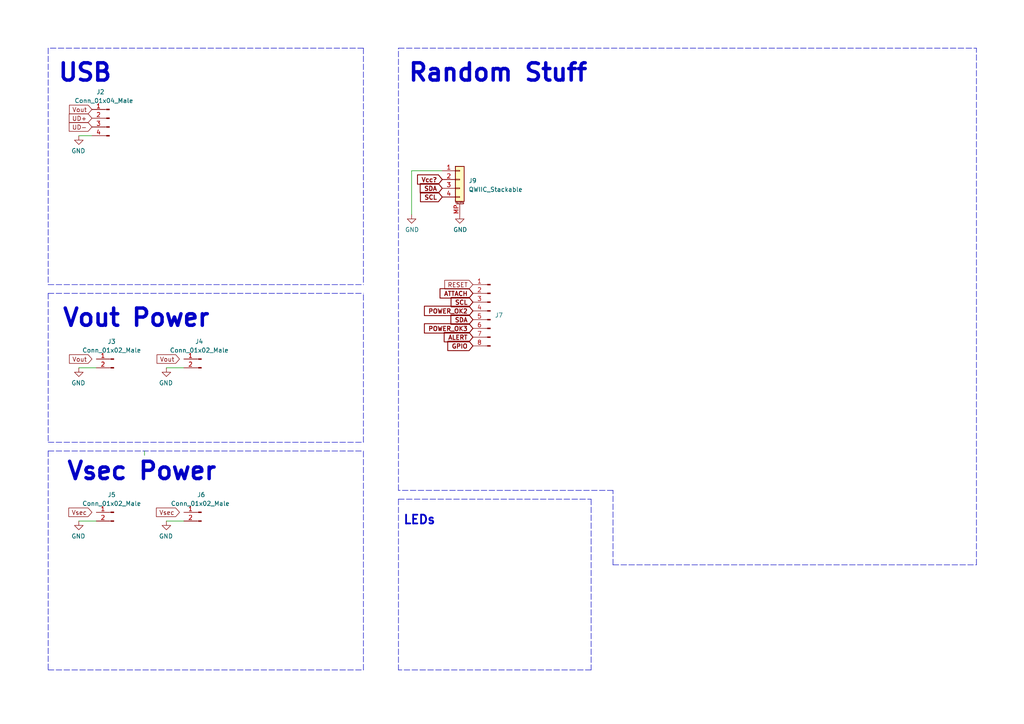
<source format=kicad_sch>
(kicad_sch (version 20211123) (generator eeschema)
  (paper "A4")
  (title_block (title "Prototype Board") (rev "0.0.1") (company "The Nerd Mage"))
  (lib_symbols
    (symbol "Connector:Conn_01x02_Male" (pin_names (offset 1.016) hide)
      (property "Reference" "J" (at 0 2.54 0))
      (property "Value" "Conn_01x02_Male" (at 0 -5.08 0))
      (symbol "Conn_01x02_Male_1_1"
        (polyline (pts (xy 1.27 -2.54) (xy 0.8636 -2.54)) (stroke (width 0.1524)))
        (polyline (pts (xy 1.27 0) (xy 0.8636 0)) (stroke (width 0.1524)))
        (rectangle (start 0.8636 -2.413) (end 0 -2.667) (stroke (width 0.1524)) (fill (type outline)))
        (rectangle (start 0.8636 0.127) (end 0 -0.127) (stroke (width 0.1524)) (fill (type outline)))
        (pin passive line (at 5.08 0 180) (length 3.81) (name "Pin_1") (number "1"))
        (pin passive line (at 5.08 -2.54 180) (length 3.81) (name "Pin_2") (number "2"))
      )
    )
    (symbol "Connector:Conn_01x04_Male" (pin_names (offset 1.016) hide)
      (property "Reference" "J" (at 0 5.08 0))
      (property "Value" "Conn_01x04_Male" (at 0 -7.62 0))
      (symbol "Conn_01x04_Male_1_1"
        (polyline (pts (xy 1.27 -5.08) (xy 0.8636 -5.08)) (stroke (width 0.1524)))
        (polyline (pts (xy 1.27 -2.54) (xy 0.8636 -2.54)) (stroke (width 0.1524)))
        (polyline (pts (xy 1.27 0) (xy 0.8636 0)) (stroke (width 0.1524)))
        (polyline (pts (xy 1.27 2.54) (xy 0.8636 2.54)) (stroke (width 0.1524)))
        (rectangle (start 0.8636 -4.953) (end 0 -5.207) (stroke (width 0.1524)) (fill (type outline)))
        (rectangle (start 0.8636 -2.413) (end 0 -2.667) (stroke (width 0.1524)) (fill (type outline)))
        (rectangle (start 0.8636 0.127) (end 0 -0.127) (stroke (width 0.1524)) (fill (type outline)))
        (rectangle (start 0.8636 2.667) (end 0 2.413) (stroke (width 0.1524)) (fill (type outline)))
        (pin passive line (at 5.08 2.54 180) (length 3.81) (name "Pin_1") (number "1"))
        (pin passive line (at 5.08 0 180) (length 3.81) (name "Pin_2") (number "2"))
        (pin passive line (at 5.08 -2.54 180) (length 3.81) (name "Pin_3") (number "3"))
        (pin passive line (at 5.08 -5.08 180) (length 3.81) (name "Pin_4") (number "4"))
      )
    )
    (symbol "Connector:Conn_01x08_Male" (pin_names (offset 1.016) hide)
      (property "Reference" "J" (at 0 10.16 0))
      (property "Value" "Conn_01x08_Male" (at 0 -12.7 0))
      (symbol "Conn_01x08_Male_1_1"
        (polyline (pts (xy 1.27 -10.16) (xy 0.8636 -10.16)) (stroke (width 0.1524)))
        (polyline (pts (xy 1.27 -7.62) (xy 0.8636 -7.62)) (stroke (width 0.1524)))
        (polyline (pts (xy 1.27 -5.08) (xy 0.8636 -5.08)) (stroke (width 0.1524)))
        (polyline (pts (xy 1.27 -2.54) (xy 0.8636 -2.54)) (stroke (width 0.1524)))
        (polyline (pts (xy 1.27 0) (xy 0.8636 0)) (stroke (width 0.1524)))
        (polyline (pts (xy 1.27 2.54) (xy 0.8636 2.54)) (stroke (width 0.1524)))
        (polyline (pts (xy 1.27 5.08) (xy 0.8636 5.08)) (stroke (width 0.1524)))
        (polyline (pts (xy 1.27 7.62) (xy 0.8636 7.62)) (stroke (width 0.1524)))
        (rectangle (start 0.8636 -10.033) (end 0 -10.287) (stroke (width 0.1524)) (fill (type outline)))
        (rectangle (start 0.8636 -7.493) (end 0 -7.747) (stroke (width 0.1524)) (fill (type outline)))
        (rectangle (start 0.8636 -4.953) (end 0 -5.207) (stroke (width 0.1524)) (fill (type outline)))
        (rectangle (start 0.8636 -2.413) (end 0 -2.667) (stroke (width 0.1524)) (fill (type outline)))
        (rectangle (start 0.8636 0.127) (end 0 -0.127) (stroke (width 0.1524)) (fill (type outline)))
        (rectangle (start 0.8636 2.667) (end 0 2.413) (stroke (width 0.1524)) (fill (type outline)))
        (rectangle (start 0.8636 5.207) (end 0 4.953) (stroke (width 0.1524)) (fill (type outline)))
        (rectangle (start 0.8636 7.747) (end 0 7.493) (stroke (width 0.1524)) (fill (type outline)))
        (pin passive line (at 5.08 7.62 180) (length 3.81) (name "Pin_1") (number "1"))
        (pin passive line (at 5.08 5.08 180) (length 3.81) (name "Pin_2") (number "2"))
        (pin passive line (at 5.08 2.54 180) (length 3.81) (name "Pin_3") (number "3"))
        (pin passive line (at 5.08 0 180) (length 3.81) (name "Pin_4") (number "4"))
        (pin passive line (at 5.08 -2.54 180) (length 3.81) (name "Pin_5") (number "5"))
        (pin passive line (at 5.08 -5.08 180) (length 3.81) (name "Pin_6") (number "6"))
        (pin passive line (at 5.08 -7.62 180) (length 3.81) (name "Pin_7") (number "7"))
        (pin passive line (at 5.08 -10.16 180) (length 3.81) (name "Pin_8") (number "8"))
      )
    )
    (symbol "Connector_QWIIC_Stackable:QWIIC_Stackable" (pin_names (offset 1.016) hide)
      (property "Reference" "J" (at 0 5.08 0))
      (property "Value" "QWIIC_Stackable" (at 1.27 -7.62 0))
      (symbol "QWIIC_Stackable_1_1"
        (rectangle (start -1.27 -4.953) (end 0 -5.207) (stroke (width 0.1524)))
        (rectangle (start -1.27 -2.413) (end 0 -2.667) (stroke (width 0.1524)))
        (rectangle (start -1.27 0.127) (end 0 -0.127) (stroke (width 0.1524)))
        (rectangle (start -1.27 2.667) (end 0 2.413) (stroke (width 0.1524)))
        (rectangle (start -1.27 3.81) (end 1.27 -6.35) (stroke (width 0.254)) (fill (type background)))
        (polyline (pts (xy -1.016 -7.112) (xy 1.016 -7.112)) (stroke (width 0.1524)))
        (text "Mounting" (at 0 -6.731 0) (effects (font (size 0.381 0.381))))
        (pin passive line (at -5.08 2.54 0) (length 3.81) (name "Pin_1") (number "1"))
        (pin passive line (at -5.08 0 0) (length 3.81) (name "Pin_2") (number "2"))
        (pin passive line (at -5.08 -2.54 0) (length 3.81) (name "Pin_3") (number "3"))
        (pin passive line (at -5.08 -5.08 0) (length 3.81) (name "Pin_4") (number "4"))
        (pin passive line (at 0 -10.16 90) (length 3.048) (name "MountPin") (number "MP"))
      )
    )
    (symbol "power:GND" (power) (pin_names (offset 0))
      (property "Value" "GND" (at 0 -3.81 0))
      (symbol "GND_0_1"
        (polyline (pts (xy 0 0) (xy 0 -1.27) (xy 1.27 -1.27) (xy 0 -2.54) (xy -1.27 -1.27) (xy 0 -1.27)))
      )
      (symbol "GND_1_1"
        (pin power_in line (at 0 0 270) (length 0) hide (name "GND") (number "1"))
      )
    )
  )
  (polyline (pts (xy 115.57 144.78) (xy 171.45 144.78)))
  (polyline (pts (xy 105.41 13.97) (xy 105.41 82.55)))
  (polyline (pts (xy 105.41 13.97) (xy 13.97 13.97)))
  (polyline (pts (xy 13.97 128.27) (xy 105.41 128.27)))
  (polyline (pts (xy 115.57 144.78) (xy 115.57 194.31)))
  (polyline (pts (xy 105.41 128.27) (xy 105.41 85.09)))
  (wire (pts (xy 128.27 49.53) (xy 119.38 49.53)))
  (polyline (pts (xy 13.97 130.81) (xy 105.41 130.81)))
  (polyline (pts (xy 13.97 85.09) (xy 13.97 128.27)))
  (polyline (pts (xy 171.45 194.31) (xy 115.57 194.31)))
  (polyline (pts (xy 13.97 194.31) (xy 105.41 194.31)))
  (wire (pts (xy 26.67 39.37) (xy 22.86 39.37)))
  (polyline (pts (xy 13.97 82.55) (xy 105.41 82.55)))
  (polyline (pts (xy 115.57 142.24) (xy 115.57 13.97)))
  (polyline (pts (xy 105.41 194.31) (xy 105.41 130.81)))
  (polyline (pts (xy 13.97 130.81) (xy 13.97 194.31)))
  (polyline (pts (xy 115.57 13.97) (xy 283.21 13.97)))
  (polyline (pts (xy 177.8 142.24) (xy 115.57 142.24)))
  (polyline (pts (xy 13.97 13.97) (xy 13.97 82.55)))
  (wire (pts (xy 48.26 106.68) (xy 53.34 106.68)))
  (wire (pts (xy 22.86 106.68) (xy 27.94 106.68)))
  (polyline (pts (xy 177.8 163.83) (xy 177.8 142.24)))
  (wire (pts (xy 41.91 132.08) (xy 41.91 130.81)))
  (wire (pts (xy 48.26 151.13) (xy 53.34 151.13)))
  (polyline (pts (xy 177.8 163.83) (xy 283.21 163.83)))
  (wire (pts (xy 119.38 49.53) (xy 119.38 62.23)))
  (polyline (pts (xy 171.45 144.78) (xy 171.45 194.31)))
  (polyline (pts (xy 283.21 163.83) (xy 283.21 13.97)))
  (polyline (pts (xy 13.97 85.09) (xy 105.41 85.09)))
  (wire (pts (xy 22.86 151.13) (xy 27.94 151.13)))
  (text "Vsec Power" (at 19.05 139.7 0) (effects (font (size 5 5) (thickness 1) bold) (justify left bottom)))
  (text "Vout Power" (at 17.78 95.25 0) (effects (font (size 5 5) (thickness 1) bold) (justify left bottom)))
  (text "USB" (at 16.51 24.13 0) (effects (font (size 5 5) (thickness 1) bold) (justify left bottom)))
  (text "Random Stuff" (at 118.11 24.13 0) (effects (font (size 5 5) (thickness 1) bold) (justify left bottom)))
  (text "LEDs" (at 116.84 152.4 180) (effects (font (size 2.54 2.54) (thickness 0.508) bold) (justify left bottom)))
  (global_label "SDA" (shape input) (at 137.16 92.71 180) (effects (font bold)) (property "Intersheet References" "${INTERSHEET_REFS}" (effects hide)))
  (global_label "POWER_OK3" (shape input) (at 137.16 95.25 180) (effects (font (thickness 0.254) bold)) (property "Intersheet References" "${INTERSHEET_REFS}" (effects hide)))
  (global_label "GPIO" (shape input) (at 137.16 100.33 180) (effects (font (thickness 0.254) bold)) (property "Intersheet References" "${INTERSHEET_REFS}" (effects hide)))
  (global_label "Vcc?" (shape input) (at 128.27 52.07 180) (effects (font (thickness 0.254) bold)) (property "Intersheet References" "${INTERSHEET_REFS}" (effects hide)))
  (global_label "Vout" (shape input) (at 26.67 31.75 180) (property "Intersheet References" "${INTERSHEET_REFS}" (effects hide)))
  (global_label "Vout" (shape input) (at 26.67 104.14 180) (property "Intersheet References" "${INTERSHEET_REFS}" (effects hide)))
  (global_label "Vout" (shape input) (at 52.07 104.14 180) (property "Intersheet References" "${INTERSHEET_REFS}" (effects hide)))
  (global_label "Vsec" (shape input) (at 26.67 148.59 180) (property "Intersheet References" "${INTERSHEET_REFS}" (effects hide)))
  (global_label "UD-" (shape input) (at 26.67 36.83 180) (property "Intersheet References" "${INTERSHEET_REFS}" (effects hide)))
  (global_label "ALERT" (shape input) (at 137.16 97.79 180) (effects (font bold)) (property "Intersheet References" "${INTERSHEET_REFS}" (effects hide)))
  (global_label "ATTACH" (shape input) (at 137.16 85.09 180) (effects (font (thickness 0.254) bold)) (property "Intersheet References" "${INTERSHEET_REFS}" (effects hide)))
  (global_label "POWER_OK2" (shape input) (at 137.16 90.17 180) (effects (font (thickness 0.254) bold)) (property "Intersheet References" "${INTERSHEET_REFS}" (effects hide)))
  (global_label "SDA" (shape input) (at 128.27 54.61 180) (effects (font bold)) (property "Intersheet References" "${INTERSHEET_REFS}" (effects hide)))
  (global_label "RESET" (shape input) (at 137.16 82.55 180) (property "Intersheet References" "${INTERSHEET_REFS}" (effects hide)))
  (global_label "SCL" (shape input) (at 128.27 57.15 180) (effects (font (thickness 0.254) bold)) (property "Intersheet References" "${INTERSHEET_REFS}" (effects hide)))
  (global_label "SCL" (shape input) (at 137.16 87.63 180) (effects (font (thickness 0.254) bold)) (property "Intersheet References" "${INTERSHEET_REFS}" (effects hide)))
  (global_label "Vsec" (shape input) (at 52.07 148.59 180) (property "Intersheet References" "${INTERSHEET_REFS}" (effects hide)))
  (global_label "UD+" (shape input) (at 26.67 34.29 180) (property "Intersheet References" "${INTERSHEET_REFS}" (effects hide)))
  (symbol (lib_id "Connector:Conn_01x02_Male") (at 33.02 104.14 0) (mirror y) (unit 1) (in_bom no)
    (property "Reference" "J3" (at 32.385 99.06 0))
    (property "Value" "Conn_01x02_Male" (at 32.385 101.6 0))
    (property "Footprint" "Tinker:PinHeader_1x02_P2.54mm_Vertical" (effects hide))
  )
  (symbol (lib_id "power:GND") (at 22.86 39.37 0) (mirror y) (unit 1)
    (property "Reference" "#PWR0106" (effects hide))
    (property "Value" "GND" (at 22.733 43.7642 0))
  )
  (symbol (lib_id "Connector:Conn_01x02_Male") (at 58.42 104.14 0) (mirror y) (unit 1) (in_bom no)
    (property "Reference" "J4" (at 57.785 99.06 0))
    (property "Value" "Conn_01x02_Male" (at 57.785 101.6 0))
    (property "Footprint" "Tinker:PinHeader_1x02_P2.54mm_Vertical" (effects hide))
  )
  (symbol (lib_id "power:GND") (at 22.86 106.68 0) (mirror y) (unit 1)
    (property "Reference" "#PWR0104" (effects hide))
    (property "Value" "GND" (at 22.733 111.0742 0))
  )
  (symbol (lib_id "power:GND") (at 48.26 151.13 0) (mirror y) (unit 1)
    (property "Reference" "#PWR0101" (effects hide))
    (property "Value" "GND" (at 48.133 155.5242 0))
  )
  (symbol (lib_id "power:GND") (at 48.26 106.68 0) (mirror y) (unit 1)
    (property "Reference" "#PWR0102" (effects hide))
    (property "Value" "GND" (at 48.133 111.0742 0))
  )
  (symbol (lib_id "power:GND") (at 22.86 151.13 0) (mirror y) (unit 1)
    (property "Reference" "#PWR0120" (effects hide))
    (property "Value" "GND" (at 22.733 155.5242 0))
  )
  (symbol (lib_id "Connector_QWIIC_Stackable:QWIIC_Stackable") (at 133.35 52.07 0) (unit 1) (in_bom no) (on_board no)
    (property "Reference" "J9" (at 135.89 52.4255 0) (effects (justify left)))
    (property "Value" "QWIIC_Stackable" (at 135.89 54.9655 0) (effects (justify left)))
    (property "Footprint" "Tinker:QWIIC_Stackable" (effects hide))
  )
  (symbol (lib_id "Connector:Conn_01x02_Male") (at 58.42 148.59 0) (mirror y) (unit 1) (in_bom no)
    (property "Reference" "J6" (at 57.15 143.51 0) (effects (justify right)))
    (property "Value" "Conn_01x02_Male" (at 49.53 146.05 0) (effects (justify right)))
    (property "Footprint" "Tinker:PinHeader_1x02_P2.54mm_Vertical" (effects hide))
  )
  (symbol (lib_id "Connector:Conn_01x04_Male") (at 31.75 34.29 0) (mirror y) (unit 1) (in_bom no)
    (property "Reference" "J2" (at 27.94 26.67 0) (effects (justify right)))
    (property "Value" "Conn_01x04_Male" (at 21.59 29.21 0) (effects (justify right)))
    (property "Footprint" "Tinker:PinHeader_1x04_P2.54mm_Vertical" (effects hide))
  )
  (symbol (lib_id "power:GND") (at 133.35 62.23 0) (unit 1)
    (property "Reference" "#PWR0123" (effects hide))
    (property "Value" "GND" (at 133.477 66.6242 0))
  )
  (symbol (lib_id "Connector:Conn_01x08_Male") (at 142.24 90.17 0) (mirror y) (unit 1) (in_bom no)
    (property "Reference" "J7" (at 143.51 91.4399 0) (effects (justify right)))
    (property "Value" "Conn_01x08_Male" (effects hide))
    (property "Footprint" "Tinker:PinHeader_2x04_P1.27mm_Vertical" (effects hide))
    (property "LCSC" "C2881786 + C2684732" (effects hide))
  )
  (symbol (lib_id "power:GND") (at 119.38 62.23 0) (unit 1)
    (property "Reference" "#PWR0124" (effects hide))
    (property "Value" "GND" (at 119.507 66.6242 0))
  )
  (symbol (lib_id "Connector:Conn_01x02_Male") (at 33.02 148.59 0) (mirror y) (unit 1) (in_bom no)
    (property "Reference" "J5" (at 32.385 143.51 0))
    (property "Value" "Conn_01x02_Male" (at 32.385 146.05 0))
    (property "Footprint" "Tinker:PinHeader_1x02_P2.54mm_Vertical" (effects hide))
  )
)
</source>
